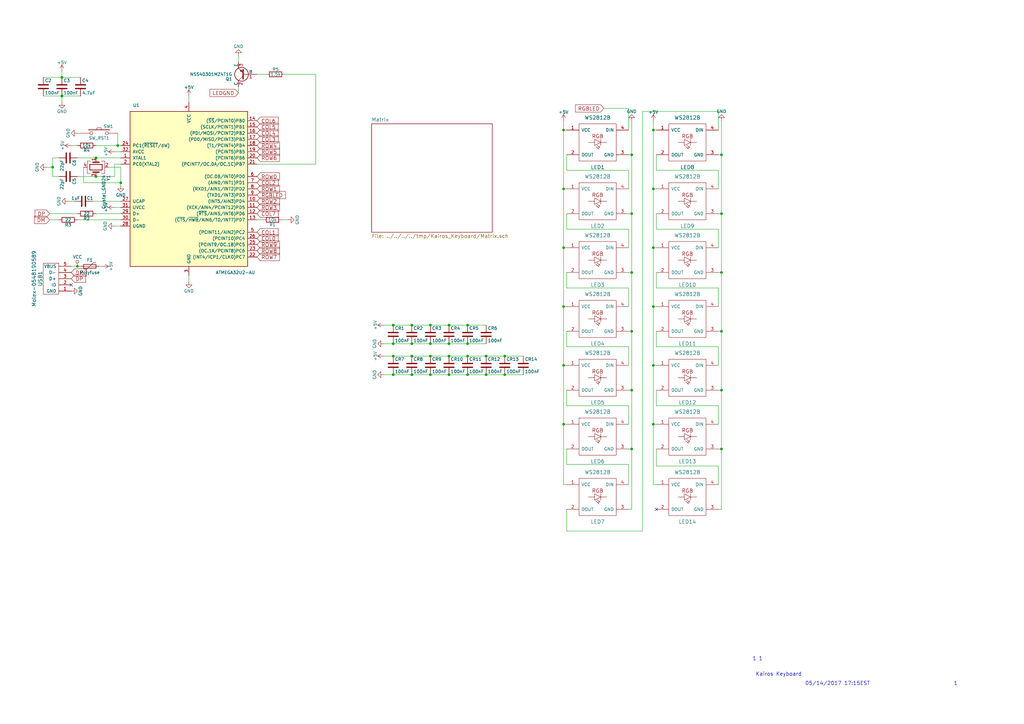
<source format=kicad_sch>
(kicad_sch (version 20230121) (generator eeschema)
  (paper "A3")
  (lib_symbols
    (symbol "Kairos-rescue:+5V" (power) (pin_names (offset 0))
      (property "Value" "+5V" (at 0 3.556 0))
      (symbol "+5V_0_1"
        (polyline (pts (xy -0.762 1.27) (xy 0 2.54)))
        (polyline (pts (xy 0 0) (xy 0 2.54)))
        (polyline (pts (xy 0 2.54) (xy 0.762 1.27)))
      )
      (symbol "+5V_1_1"
        (pin power_in line (at 0 0 90) (length 0) hide (name "+5V") (number "1"))
      )
    )
    (symbol "Kairos-rescue:ATMEGA32U2-AU" (pin_names (offset 1.016))
      (property "Reference" "U" (at -21.59 34.29 0))
      (property "Value" "ATMEGA32U2-AU" (at 19.05 -34.29 0))
      (symbol "ATMEGA32U2-AU_0_1"
        (rectangle (start -24.13 31.75) (end 24.13 -31.75) (stroke (width 0.254)) (fill (type background)))
      )
      (symbol "ATMEGA32U2-AU_1_1"
        (pin input line (at -27.94 12.7 0) (length 3.81) (name "XTAL1") (number "1"))
        (pin bidirectional line (at 27.94 -5.08 180) (length 3.81) (name "(INT5/AIN3)PD4") (number "10"))
        (pin bidirectional line (at 27.94 -7.62 180) (length 3.81) (name "(XCK/AIN4/PCINT12)PD5") (number "11"))
        (pin bidirectional line (at 27.94 -10.16 180) (length 3.81) (name "(~{RTS}/AIN5/INT6)PD6") (number "12"))
        (pin bidirectional line (at 27.94 -12.7 180) (length 3.81) (name "(~{CTS}/~{HWB}/AIN6/T0/INT7)PD7") (number "13"))
        (pin bidirectional line (at 27.94 27.94 180) (length 3.81) (name "(~{SS}/PCINT0)PB0") (number "14"))
        (pin bidirectional line (at 27.94 25.4 180) (length 3.81) (name "(SCLK/PCINT1)PB1") (number "15"))
        (pin bidirectional line (at 27.94 22.86 180) (length 3.81) (name "(PDI/MOSI/PCINT2)PB2") (number "16"))
        (pin bidirectional line (at 27.94 20.32 180) (length 3.81) (name "(PD0/MISO/PCINT3)PB3") (number "17"))
        (pin bidirectional line (at 27.94 17.78 180) (length 3.81) (name "(T1/PCINT4)PB4") (number "18"))
        (pin bidirectional line (at 27.94 15.24 180) (length 3.81) (name "(PCINT5)PB5") (number "19"))
        (pin bidirectional line (at -27.94 10.16 0) (length 3.81) (name "PC0(XTAL2)") (number "2"))
        (pin bidirectional line (at 27.94 12.7 180) (length 3.81) (name "(PCINT6)PB6") (number "20"))
        (pin bidirectional line (at 27.94 10.16 180) (length 3.81) (name "(PCINT7/OC.0A/OC.1C)PB7") (number "21"))
        (pin bidirectional line (at 27.94 -27.94 180) (length 3.81) (name "(INT4/ICP1/CLK0)PC7") (number "22"))
        (pin bidirectional line (at 27.94 -25.4 180) (length 3.81) (name "(OC.1A/PCINT8)PC6") (number "23"))
        (pin bidirectional line (at -27.94 17.78 0) (length 3.81) (name "PC1(~{RESET}/dW)") (number "24"))
        (pin bidirectional line (at 27.94 -22.86 180) (length 3.81) (name "(PCINT9/OC.1B)PC5") (number "25"))
        (pin bidirectional line (at 27.94 -20.32 180) (length 3.81) (name "(PCINT10)PC4") (number "26"))
        (pin passive line (at -27.94 -5.08 0) (length 3.81) (name "UCAP") (number "27"))
        (pin power_in line (at -27.94 -15.24 0) (length 3.81) (name "UGND") (number "28"))
        (pin bidirectional line (at -27.94 -10.16 0) (length 3.81) (name "D+") (number "29"))
        (pin power_in line (at 0 -35.56 90) (length 3.81) (name "GND") (number "3"))
        (pin bidirectional line (at -27.94 -12.7 0) (length 3.81) (name "D-") (number "30"))
        (pin power_in line (at -27.94 -7.62 0) (length 3.81) (name "UVCC") (number "31"))
        (pin power_in line (at -27.94 15.24 0) (length 3.81) (name "AVCC") (number "32"))
        (pin power_in line (at 0 35.56 270) (length 3.81) (name "VCC") (number "4"))
        (pin bidirectional line (at 27.94 -17.78 180) (length 3.81) (name "(PCINT11/AIN2)PC2") (number "5"))
        (pin bidirectional line (at 27.94 5.08 180) (length 3.81) (name "(OC.0B/INT0)PD0") (number "6"))
        (pin bidirectional line (at 27.94 2.54 180) (length 3.81) (name "(AIN0/INT1)PD1") (number "7"))
        (pin bidirectional line (at 27.94 0 180) (length 3.81) (name "(RXD1/AIN1/INT2)PD2") (number "8"))
        (pin bidirectional line (at 27.94 -2.54 180) (length 3.81) (name "(TXD1/INT3)PD3") (number "9"))
      )
    )
    (symbol "Kairos-rescue:BCP51" (pin_names (offset 0))
      (property "Reference" "Q" (at 5.08 1.905 0))
      (property "Value" "BCP51" (at 5.08 0 0))
      (property "Footprint" "SOT-223" (at 5.08 -1.905 0))
      (symbol "BCP51_0_1"
        (polyline (pts (xy 0 0) (xy 0.635 0)))
        (polyline (pts (xy 2.54 -2.54) (xy 0.635 -0.635)))
        (polyline (pts (xy 2.54 2.54) (xy 0.635 0.635)))
        (polyline (pts (xy 0.635 1.905) (xy 0.635 -1.905) (xy 0.635 -1.905)) (stroke (width 0.508)) (fill (type outline)))
        (polyline (pts (xy 1.397 -1.905) (xy 1.905 -1.397) (xy 0.889 -0.889) (xy 1.397 -1.905) (xy 1.397 -1.905)) (fill (type outline)))
        (circle (center 1.27 0) (radius 2.8194) (stroke (width 0.254)))
      )
      (symbol "BCP51_1_1"
        (pin input line (at -5.08 0 0) (length 5.08) (name "B") (number "1"))
        (pin passive line (at 2.54 5.08 270) (length 2.54) (name "C") (number "2"))
        (pin passive line (at 2.54 -5.08 90) (length 2.54) (name "E") (number "3"))
      )
    )
    (symbol "Kairos-rescue:C" (pin_numbers hide) (pin_names (offset 0.254))
      (property "Reference" "C" (at 0.635 2.54 0))
      (property "Value" "C" (at 0.635 -2.54 0))
      (symbol "C_0_1"
        (polyline (pts (xy -2.032 -0.762) (xy 2.032 -0.762)) (stroke (width 0.508)))
        (polyline (pts (xy -2.032 0.762) (xy 2.032 0.762)) (stroke (width 0.508)))
      )
      (symbol "C_1_1"
        (pin passive line (at 0 3.81 270) (length 2.794) (name "~") (number "1"))
        (pin passive line (at 0 -3.81 90) (length 2.794) (name "~") (number "2"))
      )
    )
    (symbol "Kairos-rescue:Crystal_GND24" (pin_names (offset 1.016) hide)
      (property "Reference" "Y" (at 3.175 5.08 0))
      (property "Value" "Crystal_GND24" (at 3.175 3.175 0))
      (symbol "Crystal_GND24_0_1"
        (rectangle (start -1.143 2.54) (end 1.143 -2.54) (stroke (width 0.3048)))
        (polyline (pts (xy -2.54 0) (xy -2.032 0)))
        (polyline (pts (xy -2.032 -1.27) (xy -2.032 1.27)) (stroke (width 0.508)))
        (polyline (pts (xy 0 -3.81) (xy 0 -3.556)))
        (polyline (pts (xy 0 3.556) (xy 0 3.81)))
        (polyline (pts (xy 2.032 -1.27) (xy 2.032 1.27)) (stroke (width 0.508)))
        (polyline (pts (xy 2.032 0) (xy 2.54 0)))
        (polyline (pts (xy -2.54 -2.286) (xy -2.54 -3.556) (xy 2.54 -3.556) (xy 2.54 -2.286)))
        (polyline (pts (xy -2.54 2.286) (xy -2.54 3.556) (xy 2.54 3.556) (xy 2.54 2.286)))
      )
      (symbol "Crystal_GND24_1_1"
        (pin passive line (at -3.81 0 0) (length 1.27) (name "1") (number "1"))
        (pin passive line (at 0 5.08 270) (length 1.27) (name "2") (number "2"))
        (pin passive line (at 3.81 0 180) (length 1.27) (name "3") (number "3"))
        (pin passive line (at 0 -5.08 90) (length 1.27) (name "4") (number "4"))
      )
    )
    (symbol "Kairos-rescue:GND" (power) (pin_names (offset 0))
      (property "Value" "GND" (at 0 -3.81 0))
      (symbol "GND_0_1"
        (polyline (pts (xy 0 0) (xy 0 -1.27) (xy 1.27 -1.27) (xy 0 -2.54) (xy -1.27 -1.27) (xy 0 -1.27)))
      )
      (symbol "GND_1_1"
        (pin power_in line (at 0 0 270) (length 0) hide (name "GND") (number "1"))
      )
    )
    (symbol "Kairos-rescue:Molex-0548190589" (pin_names (offset 1.016))
      (property "Reference" "USB" (at 0 5.08 0))
      (property "Value" "Molex-0548190589" (at 0 7.62 0))
      (symbol "Molex-0548190589_0_1"
        (rectangle (start -6.35 3.81) (end 6.35 -2.54))
      )
      (symbol "Molex-0548190589_1_1"
        (pin input line (at -5.08 -7.62 90) (length 5.08) (name "GND") (number "1"))
        (pin input line (at -2.54 -7.62 90) (length 5.08) (name "ID") (number "2"))
        (pin input line (at 0 -7.62 90) (length 5.08) (name "D+") (number "3"))
        (pin input line (at 2.54 -7.62 90) (length 5.08) (name "D-") (number "4"))
        (pin input line (at 5.08 -7.62 90) (length 5.08) (name "VBUS") (number "5"))
      )
    )
    (symbol "Kairos-rescue:Polyfuse" (pin_numbers hide) (pin_names (offset 0))
      (property "Reference" "F" (at -2.54 0 90))
      (property "Value" "Polyfuse" (at 2.54 0 90))
      (symbol "Polyfuse_0_1"
        (rectangle (start -0.762 2.54) (end 0.762 -2.54) (stroke (width 0.254)))
        (polyline (pts (xy 0 2.54) (xy 0 -2.54)))
        (polyline (pts (xy -1.524 2.54) (xy -1.524 1.524) (xy 1.524 -1.524) (xy 1.524 -2.54)))
      )
      (symbol "Polyfuse_1_1"
        (pin passive line (at 0 3.81 270) (length 1.27) (name "~") (number "1"))
        (pin passive line (at 0 -3.81 90) (length 1.27) (name "~") (number "2"))
      )
    )
    (symbol "Kairos-rescue:R" (pin_numbers hide) (pin_names (offset 0))
      (property "Reference" "R" (at 2.032 0 90))
      (property "Value" "R" (at 0 0 90))
      (symbol "R_0_1"
        (rectangle (start -1.016 -2.54) (end 1.016 2.54) (stroke (width 0.254)))
      )
      (symbol "R_1_1"
        (pin passive line (at 0 3.81 270) (length 1.27) (name "~") (number "1"))
        (pin passive line (at 0 -3.81 90) (length 1.27) (name "~") (number "2"))
      )
    )
    (symbol "Kairos-rescue:SW_PUSH" (pin_numbers hide) (pin_names (offset 1.016) hide)
      (property "Reference" "SW" (at 3.81 2.794 0))
      (property "Value" "SW_PUSH" (at 0 -2.032 0))
      (symbol "SW_PUSH_0_1"
        (rectangle (start -4.318 1.27) (end 4.318 1.524))
        (polyline (pts (xy -1.016 1.524) (xy -0.762 2.286) (xy 0.762 2.286) (xy 1.016 1.524)))
        (pin passive inverted (at -7.62 0 0) (length 5.08) (name "1") (number "1"))
        (pin passive inverted (at 7.62 0 180) (length 5.08) (name "2") (number "2"))
      )
    )
    (symbol "Kairos-rescue:VCC" (power) (pin_names (offset 0))
      (property "Value" "VCC" (at 0 3.81 0))
      (symbol "VCC_0_1"
        (polyline (pts (xy 0 0) (xy 0 1.27)))
        (circle (center 0 1.905) (radius 0.635))
      )
      (symbol "VCC_1_1"
        (pin power_in line (at 0 0 90) (length 0) hide (name "VCC") (number "1"))
      )
    )
    (symbol "Kairos-rescue:WS2812B" (pin_names (offset 1.016))
      (property "Reference" "LED" (at 0 -10.16 0))
      (property "Value" "WS2812B" (at 0 10.16 0))
      (symbol "WS2812B_0_0"
        (polyline (pts (xy -1.27 0) (xy -3.81 0)))
        (polyline (pts (xy -0.254 -1.143) (xy 0.889 -2.159)))
        (polyline (pts (xy 0.381 -2.667) (xy -0.762 -1.651)))
        (polyline (pts (xy 0.381 -2.667) (xy 0.254 -2.032)))
        (polyline (pts (xy 0.889 -2.159) (xy 0.762 -1.524)))
        (polyline (pts (xy 1.27 0) (xy 3.81 0)))
        (text "RGB" (at 0 2.54 0) (effects (font (size 1.524 1.524))))
      )
      (symbol "WS2812B_0_1"
        (rectangle (start -7.62 7.62) (end 7.62 -7.62))
        (polyline (pts (xy 1.27 0) (xy -1.27 1.27) (xy -1.27 -1.27) (xy 1.27 0) (xy 1.27 0)))
        (rectangle (start 1.27 1.27) (end 1.27 -1.27))
      )
      (symbol "WS2812B_1_1"
        (pin power_in line (at -12.7 5.08 0) (length 5.0038) (name "VCC") (number "1"))
        (pin output line (at -12.7 -5.08 0) (length 5.0038) (name "DOUT") (number "2"))
        (pin power_in line (at 12.7 -5.08 180) (length 5.0038) (name "GND") (number "3"))
        (pin input line (at 12.7 5.08 180) (length 5.0038) (name "DIN") (number "4"))
      )
    )
  )
  (junction (at 267.97 173.99))
  (junction (at 191.77 153.67))
  (junction (at 161.29 133.35))
  (junction (at 231.14 173.99))
  (junction (at 259.08 63.5))
  (junction (at 207.01 146.05))
  (junction (at 267.97 77.47))
  (junction (at 161.29 140.97))
  (junction (at 259.08 184.15))
  (junction (at 25.4 39.37))
  (junction (at 231.14 53.34))
  (junction (at 259.08 111.76))
  (junction (at 39.37 72.39))
  (junction (at 161.29 153.67))
  (junction (at 168.91 133.35))
  (junction (at 184.15 133.35))
  (junction (at 295.91 87.63))
  (junction (at 231.14 149.86))
  (junction (at 25.4 31.75))
  (junction (at 199.39 146.05))
  (junction (at 48.26 59.69))
  (junction (at 295.91 135.89))
  (junction (at 176.53 153.67))
  (junction (at 295.91 184.15))
  (junction (at 259.08 160.02))
  (junction (at 267.97 101.6))
  (junction (at 295.91 63.5))
  (junction (at 168.91 153.67))
  (junction (at 184.15 153.67))
  (junction (at 191.77 146.05))
  (junction (at 259.08 87.63))
  (junction (at 168.91 140.97))
  (junction (at 259.08 135.89))
  (junction (at 267.97 53.34))
  (junction (at 184.15 140.97))
  (junction (at 31.75 109.22))
  (junction (at 184.15 146.05))
  (junction (at 176.53 146.05))
  (junction (at 191.77 133.35))
  (junction (at 295.91 111.76))
  (junction (at 176.53 133.35))
  (junction (at 21.59 68.58))
  (junction (at 267.97 125.73))
  (junction (at 39.37 64.77))
  (junction (at 168.91 146.05))
  (junction (at 176.53 140.97))
  (junction (at 191.77 140.97))
  (junction (at 49.53 74.93))
  (junction (at 207.01 153.67))
  (junction (at 231.14 77.47))
  (junction (at 231.14 101.6))
  (junction (at 295.91 160.02))
  (junction (at 161.29 146.05))
  (junction (at 231.14 125.73))
  (junction (at 199.39 153.67))
  (junction (at 267.97 149.86))
  (no_connect (at 269.24 208.915))
  (no_connect (at 29.21 116.84))
  (wire (pts (xy 295.91 160.02) (xy 294.64 160.02)))
  (wire (pts (xy 231.14 101.6) (xy 232.41 101.6)))
  (wire (pts (xy 295.91 63.5) (xy 294.64 63.5)))
  (wire (pts (xy 232.41 111.76) (xy 232.41 118.11)))
  (wire (pts (xy 269.24 142.24) (xy 294.64 142.24)))
  (wire (pts (xy 77.47 41.91) (xy 77.47 39.37)))
  (wire (pts (xy 259.08 87.63) (xy 259.08 111.76)))
  (wire (pts (xy 231.14 101.6) (xy 231.14 125.73)))
  (wire (pts (xy 231.14 49.53) (xy 231.14 53.34)))
  (wire (pts (xy 231.14 125.73) (xy 232.41 125.73)))
  (wire (pts (xy 207.01 153.67) (xy 214.63 153.67)))
  (wire (pts (xy 269.24 166.37) (xy 294.64 166.37)))
  (wire (pts (xy 25.4 31.75) (xy 25.4 29.21)))
  (wire (pts (xy 267.97 101.6) (xy 269.24 101.6)))
  (wire (pts (xy 259.08 49.53) (xy 259.08 63.5)))
  (wire (pts (xy 232.41 118.11) (xy 257.81 118.11)))
  (wire (pts (xy 105.41 30.48) (xy 109.22 30.48)))
  (wire (pts (xy 31.75 90.17) (xy 49.53 90.17)))
  (wire (pts (xy 257.81 44.45) (xy 247.65 44.45)))
  (wire (pts (xy 24.13 64.77) (xy 21.59 64.77)))
  (wire (pts (xy 25.4 39.37) (xy 33.02 39.37)))
  (wire (pts (xy 295.91 49.53) (xy 295.91 63.5)))
  (wire (pts (xy 184.15 133.35) (xy 191.77 133.35)))
  (wire (pts (xy 157.48 146.05) (xy 161.29 146.05)))
  (wire (pts (xy 232.41 184.15) (xy 232.41 190.5)))
  (wire (pts (xy 267.97 125.73) (xy 267.97 149.86)))
  (wire (pts (xy 257.81 142.24) (xy 257.81 149.86)))
  (wire (pts (xy 46.99 67.31) (xy 46.99 72.39)))
  (wire (pts (xy 294.64 45.72) (xy 294.64 53.34)))
  (wire (pts (xy 269.24 184.15) (xy 269.24 191.135)))
  (wire (pts (xy 184.15 153.67) (xy 191.77 153.67)))
  (wire (pts (xy 49.53 68.58) (xy 49.53 74.93)))
  (wire (pts (xy 259.08 63.5) (xy 257.81 63.5)))
  (wire (pts (xy 49.53 67.31) (xy 46.99 67.31)))
  (wire (pts (xy 191.77 153.67) (xy 199.39 153.67)))
  (wire (pts (xy 295.91 63.5) (xy 295.91 87.63)))
  (wire (pts (xy 269.24 111.76) (xy 269.24 118.11)))
  (wire (pts (xy 191.77 146.05) (xy 199.39 146.05)))
  (wire (pts (xy 49.53 82.55) (xy 38.1 82.55)))
  (wire (pts (xy 24.13 90.17) (xy 20.32 90.17)))
  (wire (pts (xy 259.08 111.76) (xy 257.81 111.76)))
  (wire (pts (xy 232.41 160.02) (xy 232.41 166.37)))
  (wire (pts (xy 232.41 166.37) (xy 257.81 166.37)))
  (wire (pts (xy 232.41 208.915) (xy 232.41 217.805)))
  (wire (pts (xy 259.08 63.5) (xy 259.08 87.63)))
  (wire (pts (xy 97.79 25.4) (xy 97.79 22.86)))
  (wire (pts (xy 267.97 149.86) (xy 267.97 173.99)))
  (wire (pts (xy 267.97 173.99) (xy 269.24 173.99)))
  (wire (pts (xy 231.14 173.99) (xy 231.14 198.755)))
  (wire (pts (xy 168.91 140.97) (xy 176.53 140.97)))
  (wire (pts (xy 267.97 173.99) (xy 267.97 198.755)))
  (wire (pts (xy 294.64 166.37) (xy 294.64 173.99)))
  (wire (pts (xy 168.91 153.67) (xy 176.53 153.67)))
  (wire (pts (xy 267.97 49.53) (xy 267.97 53.34)))
  (wire (pts (xy 259.08 184.15) (xy 259.08 208.915)))
  (wire (pts (xy 49.53 74.93) (xy 49.53 76.2)))
  (wire (pts (xy 232.41 53.34) (xy 231.14 53.34)))
  (wire (pts (xy 269.24 69.85) (xy 294.64 69.85)))
  (wire (pts (xy 30.48 82.55) (xy 27.94 82.55)))
  (wire (pts (xy 231.14 149.86) (xy 231.14 173.99)))
  (wire (pts (xy 191.77 140.97) (xy 199.39 140.97)))
  (wire (pts (xy 231.14 198.755) (xy 232.41 198.755)))
  (wire (pts (xy 168.91 133.35) (xy 176.53 133.35)))
  (wire (pts (xy 294.64 69.85) (xy 294.64 77.47)))
  (wire (pts (xy 231.14 125.73) (xy 231.14 149.86)))
  (wire (pts (xy 157.48 140.97) (xy 161.29 140.97)))
  (wire (pts (xy 295.91 111.76) (xy 295.91 135.89)))
  (wire (pts (xy 295.91 135.89) (xy 295.91 160.02)))
  (wire (pts (xy 161.29 146.05) (xy 168.91 146.05)))
  (wire (pts (xy 34.29 74.93) (xy 34.29 68.58)))
  (wire (pts (xy 259.08 160.02) (xy 257.81 160.02)))
  (wire (pts (xy 176.53 140.97) (xy 184.15 140.97)))
  (wire (pts (xy 295.91 135.89) (xy 294.64 135.89)))
  (wire (pts (xy 176.53 146.05) (xy 184.15 146.05)))
  (wire (pts (xy 263.525 45.72) (xy 294.64 45.72)))
  (wire (pts (xy 129.54 67.31) (xy 129.54 30.48)))
  (wire (pts (xy 257.81 166.37) (xy 257.81 173.99)))
  (wire (pts (xy 39.37 64.77) (xy 49.53 64.77)))
  (wire (pts (xy 17.78 31.75) (xy 25.4 31.75)))
  (wire (pts (xy 295.91 87.63) (xy 294.64 87.63)))
  (wire (pts (xy 199.39 153.67) (xy 207.01 153.67)))
  (wire (pts (xy 17.78 39.37) (xy 25.4 39.37)))
  (wire (pts (xy 232.41 142.24) (xy 257.81 142.24)))
  (wire (pts (xy 259.08 87.63) (xy 257.81 87.63)))
  (wire (pts (xy 115.57 90.17) (xy 118.11 90.17)))
  (wire (pts (xy 294.64 142.24) (xy 294.64 149.86)))
  (wire (pts (xy 267.97 53.34) (xy 267.97 77.47)))
  (wire (pts (xy 157.48 153.67) (xy 161.29 153.67)))
  (wire (pts (xy 31.75 87.63) (xy 20.32 87.63)))
  (wire (pts (xy 232.41 93.98) (xy 257.81 93.98)))
  (wire (pts (xy 44.45 68.58) (xy 49.53 68.58)))
  (wire (pts (xy 259.08 135.89) (xy 257.81 135.89)))
  (wire (pts (xy 269.24 63.5) (xy 269.24 69.85)))
  (wire (pts (xy 267.97 198.755) (xy 269.24 198.755)))
  (wire (pts (xy 232.41 190.5) (xy 257.81 190.5)))
  (wire (pts (xy 46.99 72.39) (xy 39.37 72.39)))
  (wire (pts (xy 257.81 190.5) (xy 257.81 198.755)))
  (wire (pts (xy 257.81 69.85) (xy 257.81 77.47)))
  (wire (pts (xy 259.08 111.76) (xy 259.08 135.89)))
  (wire (pts (xy 259.08 184.15) (xy 257.81 184.15)))
  (wire (pts (xy 161.29 140.97) (xy 168.91 140.97)))
  (wire (pts (xy 232.41 217.805) (xy 263.525 217.805)))
  (wire (pts (xy 267.97 149.86) (xy 269.24 149.86)))
  (wire (pts (xy 29.21 109.22) (xy 31.75 109.22)))
  (wire (pts (xy 161.29 153.67) (xy 168.91 153.67)))
  (wire (pts (xy 231.14 53.34) (xy 231.14 77.47)))
  (wire (pts (xy 31.75 59.69) (xy 29.21 59.69)))
  (wire (pts (xy 232.41 87.63) (xy 232.41 93.98)))
  (wire (pts (xy 77.47 113.03) (xy 77.47 115.57)))
  (wire (pts (xy 25.4 31.75) (xy 33.02 31.75)))
  (wire (pts (xy 49.53 74.93) (xy 34.29 74.93)))
  (wire (pts (xy 295.91 184.15) (xy 295.91 208.915)))
  (wire (pts (xy 39.37 72.39) (xy 31.75 72.39)))
  (wire (pts (xy 40.64 109.22) (xy 41.91 109.22)))
  (wire (pts (xy 161.29 133.35) (xy 168.91 133.35)))
  (wire (pts (xy 231.14 149.86) (xy 232.41 149.86)))
  (wire (pts (xy 295.91 111.76) (xy 294.64 111.76)))
  (wire (pts (xy 269.24 87.63) (xy 269.24 93.98)))
  (wire (pts (xy 295.91 208.915) (xy 294.64 208.915)))
  (wire (pts (xy 49.53 92.71) (xy 46.99 92.71)))
  (wire (pts (xy 21.59 68.58) (xy 19.05 68.58)))
  (wire (pts (xy 21.59 68.58) (xy 21.59 72.39)))
  (wire (pts (xy 259.08 208.915) (xy 257.81 208.915)))
  (wire (pts (xy 232.41 69.85) (xy 257.81 69.85)))
  (wire (pts (xy 269.24 118.11) (xy 294.64 118.11)))
  (wire (pts (xy 269.24 93.98) (xy 294.64 93.98)))
  (wire (pts (xy 48.26 59.69) (xy 49.53 59.69)))
  (wire (pts (xy 259.08 160.02) (xy 259.08 184.15)))
  (wire (pts (xy 21.59 72.39) (xy 24.13 72.39)))
  (wire (pts (xy 184.15 146.05) (xy 191.77 146.05)))
  (wire (pts (xy 25.4 39.37) (xy 25.4 41.91)))
  (wire (pts (xy 267.97 125.73) (xy 269.24 125.73)))
  (wire (pts (xy 257.81 53.34) (xy 257.81 44.45)))
  (wire (pts (xy 157.48 133.35) (xy 161.29 133.35)))
  (wire (pts (xy 263.525 217.805) (xy 263.525 45.72)))
  (wire (pts (xy 176.53 153.67) (xy 184.15 153.67)))
  (wire (pts (xy 31.75 64.77) (xy 39.37 64.77)))
  (wire (pts (xy 231.14 173.99) (xy 232.41 173.99)))
  (wire (pts (xy 49.53 85.09) (xy 46.99 85.09)))
  (wire (pts (xy 295.91 160.02) (xy 295.91 184.15)))
  (wire (pts (xy 21.59 64.77) (xy 21.59 68.58)))
  (wire (pts (xy 294.64 191.135) (xy 294.64 198.755)))
  (wire (pts (xy 39.37 59.69) (xy 48.26 59.69)))
  (wire (pts (xy 269.24 135.89) (xy 269.24 142.24)))
  (wire (pts (xy 48.26 54.61) (xy 48.26 59.69)))
  (wire (pts (xy 257.81 118.11) (xy 257.81 125.73)))
  (wire (pts (xy 199.39 146.05) (xy 207.01 146.05)))
  (wire (pts (xy 295.91 87.63) (xy 295.91 111.76)))
  (wire (pts (xy 257.81 93.98) (xy 257.81 101.6)))
  (wire (pts (xy 267.97 77.47) (xy 267.97 101.6)))
  (wire (pts (xy 207.01 146.05) (xy 214.63 146.05)))
  (wire (pts (xy 97.79 35.56) (xy 97.79 38.1)))
  (wire (pts (xy 129.54 30.48) (xy 116.84 30.48)))
  (wire (pts (xy 232.41 63.5) (xy 232.41 69.85)))
  (wire (pts (xy 49.53 87.63) (xy 39.37 87.63)))
  (wire (pts (xy 269.24 53.34) (xy 267.97 53.34)))
  (wire (pts (xy 259.08 135.89) (xy 259.08 160.02)))
  (wire (pts (xy 232.41 135.89) (xy 232.41 142.24)))
  (wire (pts (xy 267.97 77.47) (xy 269.24 77.47)))
  (wire (pts (xy 105.41 67.31) (xy 129.54 67.31)))
  (wire (pts (xy 176.53 133.35) (xy 184.15 133.35)))
  (wire (pts (xy 231.14 77.47) (xy 232.41 77.47)))
  (wire (pts (xy 294.64 118.11) (xy 294.64 125.73)))
  (wire (pts (xy 168.91 146.05) (xy 176.53 146.05)))
  (wire (pts (xy 269.24 160.02) (xy 269.24 166.37)))
  (wire (pts (xy 269.24 191.135) (xy 294.64 191.135)))
  (wire (pts (xy 295.91 184.15) (xy 294.64 184.15)))
  (wire (pts (xy 191.77 133.35) (xy 199.39 133.35)))
  (wire (pts (xy 33.02 54.61) (xy 31.75 54.61)))
  (wire (pts (xy 107.95 90.17) (xy 105.41 90.17)))
  (wire (pts (xy 231.14 77.47) (xy 231.14 101.6)))
  (wire (pts (xy 184.15 140.97) (xy 191.77 140.97)))
  (wire (pts (xy 31.75 109.22) (xy 33.02 109.22)))
  (wire (pts (xy 294.64 93.98) (xy 294.64 101.6)))
  (wire (pts (xy 267.97 101.6) (xy 267.97 125.73)))
  (wire (pts (xy 49.53 62.23) (xy 46.99 62.23)))
  (text "05/14/2017 17:15EST" (at 330.2 281.305 0) (effects (font (size 1.524 1.524)) (justify left bottom)))
  (text "Kairos Keyboard" (at 309.88 277.495 0) (effects (font (size 1.524 1.524)) (justify left bottom)))
  (text "1" (at 308.61 271.145 0) (effects (font (size 1.524 1.524)) (justify left bottom)))
  (text "1" (at 311.15 271.145 0) (effects (font (size 1.524 1.524)) (justify left bottom)))
  (text "1" (at 391.16 281.305 0) (effects (font (size 1.524 1.524)) (justify left bottom)))
  (global_label "DP" (shape input) (at 20.32 87.63 180) (effects (font (size 1.524 1.524))) (property "Intersheetrefs" "${INTERSHEET_REFS}" (effects hide)))
  (global_label "LEDGND" (shape input) (at 97.79 38.1 180) (effects (font (size 1.524 1.524))) (property "Intersheetrefs" "${INTERSHEET_REFS}" (effects hide)))
  (global_label "RGBLED" (shape input) (at 247.65 44.45 180) (effects (font (size 1.524 1.524))) (property "Intersheetrefs" "${INTERSHEET_REFS}" (effects hide)))
  (global_label "ROW2" (shape input) (at 105.41 82.55 0) (effects (font (size 1.524 1.524))) (property "Intersheetrefs" "${INTERSHEET_REFS}" (effects hide)))
  (global_label "ROW4" (shape input) (at 105.41 59.69 0) (effects (font (size 1.524 1.524))) (property "Intersheetrefs" "${INTERSHEET_REFS}" (effects hide)))
  (global_label "COL2" (shape input) (at 105.41 74.93 0) (effects (font (size 1.524 1.524))) (property "Intersheetrefs" "${INTERSHEET_REFS}" (effects hide)))
  (global_label "COL6" (shape input) (at 105.41 49.53 0) (effects (font (size 1.524 1.524))) (property "Intersheetrefs" "${INTERSHEET_REFS}" (effects hide)))
  (global_label "DM" (shape input) (at 20.32 90.17 180) (effects (font (size 1.524 1.524))) (property "Intersheetrefs" "${INTERSHEET_REFS}" (effects hide)))
  (global_label "DM" (shape input) (at 29.21 111.76 0) (effects (font (size 1.524 1.524))) (property "Intersheetrefs" "${INTERSHEET_REFS}" (effects hide)))
  (global_label "COL5" (shape input) (at 105.41 52.07 0) (effects (font (size 1.524 1.524))) (property "Intersheetrefs" "${INTERSHEET_REFS}" (effects hide)))
  (global_label "RGBLED" (shape input) (at 105.41 80.01 0) (effects (font (size 1.524 1.524))) (property "Intersheetrefs" "${INTERSHEET_REFS}" (effects hide)))
  (global_label "COL1" (shape input) (at 105.41 95.25 0) (effects (font (size 1.524 1.524))) (property "Intersheetrefs" "${INTERSHEET_REFS}" (effects hide)))
  (global_label "DP" (shape input) (at 29.21 114.3 0) (effects (font (size 1.524 1.524))) (property "Intersheetrefs" "${INTERSHEET_REFS}" (effects hide)))
  (global_label "ROW5" (shape input) (at 105.41 62.23 0) (effects (font (size 1.524 1.524))) (property "Intersheetrefs" "${INTERSHEET_REFS}" (effects hide)))
  (global_label "COL3" (shape input) (at 105.41 57.15 0) (effects (font (size 1.524 1.524))) (property "Intersheetrefs" "${INTERSHEET_REFS}" (effects hide)))
  (global_label "ROW3" (shape input) (at 105.41 85.09 0) (effects (font (size 1.524 1.524))) (property "Intersheetrefs" "${INTERSHEET_REFS}" (effects hide)))
  (global_label "ROW0" (shape input) (at 105.41 72.39 0) (effects (font (size 1.524 1.524))) (property "Intersheetrefs" "${INTERSHEET_REFS}" (effects hide)))
  (global_label "ROW1" (shape input) (at 105.41 77.47 0) (effects (font (size 1.524 1.524))) (property "Intersheetrefs" "${INTERSHEET_REFS}" (effects hide)))
  (global_label "COL4" (shape input) (at 105.41 54.61 0) (effects (font (size 1.524 1.524))) (property "Intersheetrefs" "${INTERSHEET_REFS}" (effects hide)))
  (global_label "ROW9" (shape input) (at 105.41 100.33 0) (effects (font (size 1.524 1.524))) (property "Intersheetrefs" "${INTERSHEET_REFS}" (effects hide)))
  (global_label "ROW8" (shape input) (at 105.41 102.87 0) (effects (font (size 1.524 1.524))) (property "Intersheetrefs" "${INTERSHEET_REFS}" (effects hide)))
  (global_label "COL0" (shape input) (at 105.41 97.79 0) (effects (font (size 1.524 1.524))) (property "Intersheetrefs" "${INTERSHEET_REFS}" (effects hide)))
  (global_label "ROW7" (shape input) (at 105.41 105.41 0) (effects (font (size 1.524 1.524))) (property "Intersheetrefs" "${INTERSHEET_REFS}" (effects hide)))
  (global_label "COL7" (shape input) (at 105.41 87.63 0) (effects (font (size 1.524 1.524))) (property "Intersheetrefs" "${INTERSHEET_REFS}" (effects hide)))
  (global_label "ROW6" (shape input) (at 105.41 64.77 0) (effects (font (size 1.524 1.524))) (property "Intersheetrefs" "${INTERSHEET_REFS}" (effects hide)))
  (symbol (lib_id "Kairos-rescue:ATMEGA32U2-AU") (at 77.47 77.47 0) (unit 1)
    (property "Reference" "U1" (at 55.88 43.18 0))
    (property "Value" "ATMEGA32U2-AU" (at 96.52 111.76 0))
    (property "Footprint" "Housings_QFP:TQFP-32_7x7mm_Pitch0.8mm" (effects hide))
    (property "Datasheet" "http://www.atmel.com/Images/doc7799.pdf" (effects hide))
  )
  (symbol (lib_id "Kairos-rescue:R") (at 111.76 90.17 270) (unit 1)
    (property "Reference" "R1" (at 111.76 92.202 90))
    (property "Value" "10k" (at 111.76 90.17 90))
    (property "Footprint" "Resistors_SMD:R_0603" (effects hide))
  )
  (symbol (lib_id "Kairos-rescue:R") (at 35.56 87.63 270) (unit 1)
    (property "Reference" "R2" (at 35.56 89.662 90))
    (property "Value" "22" (at 35.56 87.63 90))
    (property "Footprint" "Resistors_SMD:R_0603" (effects hide))
  )
  (symbol (lib_id "Kairos-rescue:R") (at 27.94 90.17 270) (unit 1)
    (property "Reference" "R3" (at 27.94 92.202 90))
    (property "Value" "22" (at 27.94 90.17 90))
    (property "Footprint" "Resistors_SMD:R_0603" (effects hide))
  )
  (symbol (lib_id "Kairos-rescue:C") (at 34.29 82.55 270) (unit 1)
    (property "Reference" "C1" (at 35.56 81.28 90) (effects (justify left)))
    (property "Value" "1uF" (at 29.21 81.28 90) (effects (justify left)))
    (property "Footprint" "Capacitors_SMD:C_0603" (effects hide))
  )
  (symbol (lib_id "Kairos-rescue:GND") (at 27.94 82.55 270) (unit 1)
    (property "Reference" "#PWR01" (effects hide))
    (property "Value" "GND" (at 24.13 82.55 0))
  )
  (symbol (lib_id "Kairos-rescue:+5V") (at 46.99 85.09 90) (unit 1)
    (property "Reference" "#PWR02" (effects hide))
    (property "Value" "+5V" (at 43.434 85.09 0))
  )
  (symbol (lib_id "Kairos-rescue:+5V") (at 46.99 62.23 90) (unit 1)
    (property "Reference" "#PWR03" (effects hide))
    (property "Value" "+5V" (at 43.434 62.23 0))
  )
  (symbol (lib_id "Kairos-rescue:+5V") (at 77.47 39.37 0) (unit 1)
    (property "Reference" "#PWR04" (effects hide))
    (property "Value" "+5V" (at 77.47 35.814 0))
  )
  (symbol (lib_id "Kairos-rescue:GND") (at 46.99 92.71 270) (unit 1)
    (property "Reference" "#PWR05" (effects hide))
    (property "Value" "GND" (at 43.18 92.71 0))
  )
  (symbol (lib_id "Kairos-rescue:GND") (at 77.47 115.57 0) (unit 1)
    (property "Reference" "#PWR06" (effects hide))
    (property "Value" "GND" (at 77.47 119.38 0))
  )
  (symbol (lib_id "Kairos-rescue:R") (at 35.56 59.69 270) (unit 1)
    (property "Reference" "R4" (at 35.56 61.722 90))
    (property "Value" "10k" (at 35.56 59.69 90))
    (property "Footprint" "Resistors_SMD:R_0603" (effects hide))
  )
  (symbol (lib_id "Kairos-rescue:GND") (at 118.11 90.17 90) (unit 1)
    (property "Reference" "#PWR07" (effects hide))
    (property "Value" "GND" (at 121.92 90.17 0))
  )
  (symbol (lib_id "Kairos-rescue:C") (at 17.78 35.56 0) (unit 1)
    (property "Reference" "C2" (at 18.415 33.02 0) (effects (justify left)))
    (property "Value" "100nF" (at 18.415 38.1 0) (effects (justify left)))
    (property "Footprint" "Capacitors_SMD:C_0603" (effects hide))
  )
  (symbol (lib_id "Kairos-rescue:C") (at 25.4 35.56 0) (unit 1)
    (property "Reference" "C3" (at 26.035 33.02 0) (effects (justify left)))
    (property "Value" "100nF" (at 26.035 38.1 0) (effects (justify left)))
    (property "Footprint" "Capacitors_SMD:C_0603" (effects hide))
  )
  (symbol (lib_id "Kairos-rescue:C") (at 33.02 35.56 0) (unit 1)
    (property "Reference" "C4" (at 33.655 33.02 0) (effects (justify left)))
    (property "Value" "4.7uF" (at 33.655 38.1 0) (effects (justify left)))
    (property "Footprint" "Capacitors_SMD:C_0805" (effects hide))
  )
  (symbol (lib_id "Kairos-rescue:+5V") (at 25.4 29.21 0) (unit 1)
    (property "Reference" "#PWR08" (effects hide))
    (property "Value" "+5V" (at 25.4 25.654 0))
  )
  (symbol (lib_id "Kairos-rescue:GND") (at 25.4 41.91 0) (unit 1)
    (property "Reference" "#PWR09" (effects hide))
    (property "Value" "GND" (at 25.4 45.72 0))
  )
  (symbol (lib_id "Kairos-rescue:C") (at 27.94 64.77 270) (unit 1)
    (property "Reference" "C6" (at 30.48 65.405 0) (effects (justify left)))
    (property "Value" "22pF" (at 25.4 65.405 0) (effects (justify left)))
    (property "Footprint" "Capacitors_SMD:C_0603" (effects hide))
  )
  (symbol (lib_id "Kairos-rescue:C") (at 27.94 72.39 270) (unit 1)
    (property "Reference" "C5" (at 30.48 73.025 0) (effects (justify left)))
    (property "Value" "22pF" (at 25.4 73.025 0) (effects (justify left)))
    (property "Footprint" "Capacitors_SMD:C_0603" (effects hide))
  )
  (symbol (lib_id "Kairos-rescue:GND") (at 19.05 68.58 270) (unit 1)
    (property "Reference" "#PWR010" (effects hide))
    (property "Value" "GND" (at 15.24 68.58 0))
  )
  (symbol (lib_id "Kairos-rescue:BCP51") (at 100.33 30.48 180) (unit 1)
    (property "Reference" "Q1" (at 95.25 32.385 0) (effects (justify left)))
    (property "Value" "NSS40301MZ4T1G" (at 95.25 30.48 0) (effects (justify left)))
    (property "Footprint" "TO_SOT_Packages_SMD:SOT-223-3Lead_TabPin2" (effects hide))
  )
  (symbol (lib_id "Kairos-rescue:GND") (at 97.79 22.86 180) (unit 1)
    (property "Reference" "#PWR011" (effects hide))
    (property "Value" "GND" (at 97.79 19.05 0))
  )
  (symbol (lib_id "Kairos-rescue:WS2812B") (at 245.11 58.42 0) (unit 1)
    (property "Reference" "LED1" (at 245.11 68.58 0) (effects (font (size 1.524 1.524))))
    (property "Value" "WS2812B" (at 245.11 48.26 0) (effects (font (size 1.524 1.524))))
    (property "Footprint" "WS2812B:WS2812B" (effects hide))
  )
  (symbol (lib_id "Kairos-rescue:WS2812B") (at 245.11 82.55 0) (unit 1)
    (property "Reference" "LED2" (at 245.11 92.71 0) (effects (font (size 1.524 1.524))))
    (property "Value" "WS2812B" (at 245.11 72.39 0) (effects (font (size 1.524 1.524))))
    (property "Footprint" "WS2812B:WS2812B" (effects hide))
  )
  (symbol (lib_id "Kairos-rescue:WS2812B") (at 245.11 106.68 0) (unit 1)
    (property "Reference" "LED3" (at 245.11 116.84 0) (effects (font (size 1.524 1.524))))
    (property "Value" "WS2812B" (at 245.11 96.52 0) (effects (font (size 1.524 1.524))))
    (property "Footprint" "WS2812B:WS2812B" (effects hide))
  )
  (symbol (lib_id "Kairos-rescue:WS2812B") (at 245.11 130.81 0) (unit 1)
    (property "Reference" "LED4" (at 245.11 140.97 0) (effects (font (size 1.524 1.524))))
    (property "Value" "WS2812B" (at 245.11 120.65 0) (effects (font (size 1.524 1.524))))
    (property "Footprint" "WS2812B:WS2812B" (effects hide))
  )
  (symbol (lib_id "Kairos-rescue:WS2812B") (at 245.11 154.94 0) (unit 1)
    (property "Reference" "LED5" (at 245.11 165.1 0) (effects (font (size 1.524 1.524))))
    (property "Value" "WS2812B" (at 245.11 144.78 0) (effects (font (size 1.524 1.524))))
    (property "Footprint" "WS2812B:WS2812B" (effects hide))
  )
  (symbol (lib_id "Kairos-rescue:WS2812B") (at 245.11 179.07 0) (unit 1)
    (property "Reference" "LED6" (at 245.11 189.23 0) (effects (font (size 1.524 1.524))))
    (property "Value" "WS2812B" (at 245.11 168.91 0) (effects (font (size 1.524 1.524))))
    (property "Footprint" "WS2812B:WS2812B" (effects hide))
  )
  (symbol (lib_id "Kairos-rescue:WS2812B") (at 245.11 203.835 0) (unit 1)
    (property "Reference" "LED7" (at 245.11 213.995 0) (effects (font (size 1.524 1.524))))
    (property "Value" "WS2812B" (at 245.11 193.675 0) (effects (font (size 1.524 1.524))))
    (property "Footprint" "WS2812B:WS2812B" (effects hide))
  )
  (symbol (lib_id "Kairos-rescue:WS2812B") (at 281.94 58.42 0) (unit 1)
    (property "Reference" "LED8" (at 281.94 68.58 0) (effects (font (size 1.524 1.524))))
    (property "Value" "WS2812B" (at 281.94 48.26 0) (effects (font (size 1.524 1.524))))
    (property "Footprint" "WS2812B:WS2812B" (effects hide))
  )
  (symbol (lib_id "Kairos-rescue:WS2812B") (at 281.94 82.55 0) (unit 1)
    (property "Reference" "LED9" (at 281.94 92.71 0) (effects (font (size 1.524 1.524))))
    (property "Value" "WS2812B" (at 281.94 72.39 0) (effects (font (size 1.524 1.524))))
    (property "Footprint" "WS2812B:WS2812B" (effects hide))
  )
  (symbol (lib_id "Kairos-rescue:WS2812B") (at 281.94 106.68 0) (unit 1)
    (property "Reference" "LED10" (at 281.94 116.84 0) (effects (font (size 1.524 1.524))))
    (property "Value" "WS2812B" (at 281.94 96.52 0) (effects (font (size 1.524 1.524))))
    (property "Footprint" "WS2812B:WS2812B" (effects hide))
  )
  (symbol (lib_id "Kairos-rescue:WS2812B") (at 281.94 130.81 0) (unit 1)
    (property "Reference" "LED11" (at 281.94 140.97 0) (effects (font (size 1.524 1.524))))
    (property "Value" "WS2812B" (at 281.94 120.65 0) (effects (font (size 1.524 1.524))))
    (property "Footprint" "WS2812B:WS2812B" (effects hide))
  )
  (symbol (lib_id "Kairos-rescue:WS2812B") (at 281.94 154.94 0) (unit 1)
    (property "Reference" "LED12" (at 281.94 165.1 0) (effects (font (size 1.524 1.524))))
    (property "Value" "WS2812B" (at 281.94 144.78 0) (effects (font (size 1.524 1.524))))
    (property "Footprint" "WS2812B:WS2812B" (effects hide))
  )
  (symbol (lib_id "Kairos-rescue:+5V") (at 231.14 49.53 0) (unit 1)
    (property "Reference" "#PWR012" (effects hide))
    (property "Value" "+5V" (at 231.14 45.974 0))
  )
  (symbol (lib_id "Kairos-rescue:GND") (at 259.08 49.53 180) (unit 1)
    (property "Reference" "#PWR013" (effects hide))
    (property "Value" "GND" (at 259.08 45.72 0))
  )
  (symbol (lib_id "Kairos-rescue:+5V") (at 267.97 49.53 0) (unit 1)
    (property "Reference" "#PWR014" (effects hide))
    (property "Value" "+5V" (at 267.97 45.974 0))
  )
  (symbol (lib_id "Kairos-rescue:GND") (at 295.91 49.53 180) (unit 1)
    (property "Reference" "#PWR015" (effects hide))
    (property "Value" "GND" (at 295.91 45.72 0))
  )
  (symbol (lib_id "Kairos-rescue:C") (at 161.29 137.16 0) (unit 1)
    (property "Reference" "CR1" (at 161.925 134.62 0) (effects (justify left)))
    (property "Value" "100nF" (at 161.925 139.7 0) (effects (justify left)))
    (property "Footprint" "Capacitors_SMD:C_0603" (effects hide))
  )
  (symbol (lib_id "Kairos-rescue:C") (at 168.91 137.16 0) (unit 1)
    (property "Reference" "CR2" (at 169.545 134.62 0) (effects (justify left)))
    (property "Value" "100nF" (at 169.545 139.7 0) (effects (justify left)))
    (property "Footprint" "Capacitors_SMD:C_0603" (effects hide))
  )
  (symbol (lib_id "Kairos-rescue:C") (at 176.53 137.16 0) (unit 1)
    (property "Reference" "CR3" (at 177.165 134.62 0) (effects (justify left)))
    (property "Value" "100nF" (at 177.165 139.7 0) (effects (justify left)))
    (property "Footprint" "Capacitors_SMD:C_0603" (effects hide))
  )
  (symbol (lib_id "Kairos-rescue:C") (at 184.15 137.16 0) (unit 1)
    (property "Reference" "CR4" (at 184.785 134.62 0) (effects (justify left)))
    (property "Value" "100nF" (at 184.785 139.7 0) (effects (justify left)))
    (property "Footprint" "Capacitors_SMD:C_0603" (effects hide))
  )
  (symbol (lib_id "Kairos-rescue:C") (at 191.77 137.16 0) (unit 1)
    (property "Reference" "CR5" (at 192.405 134.62 0) (effects (justify left)))
    (property "Value" "100nF" (at 192.405 139.7 0) (effects (justify left)))
    (property "Footprint" "Capacitors_SMD:C_0603" (effects hide))
  )
  (symbol (lib_id "Kairos-rescue:C") (at 199.39 137.16 0) (unit 1)
    (property "Reference" "CR6" (at 200.025 134.62 0) (effects (justify left)))
    (property "Value" "100nF" (at 200.025 139.7 0) (effects (justify left)))
    (property "Footprint" "Capacitors_SMD:C_0603" (effects hide))
  )
  (symbol (lib_id "Kairos-rescue:+5V") (at 157.48 133.35 90) (unit 1)
    (property "Reference" "#PWR016" (effects hide))
    (property "Value" "+5V" (at 153.924 133.35 0))
  )
  (symbol (lib_id "Kairos-rescue:GND") (at 157.48 140.97 270) (unit 1)
    (property "Reference" "#PWR017" (effects hide))
    (property "Value" "GND" (at 153.67 140.97 0))
  )
  (symbol (lib_id "Kairos-rescue:C") (at 161.29 149.86 0) (unit 1)
    (property "Reference" "CR7" (at 161.925 147.32 0) (effects (justify left)))
    (property "Value" "100nF" (at 161.925 152.4 0) (effects (justify left)))
    (property "Footprint" "Capacitors_SMD:C_0603" (effects hide))
  )
  (symbol (lib_id "Kairos-rescue:C") (at 168.91 149.86 0) (unit 1)
    (property "Reference" "CR8" (at 169.545 147.32 0) (effects (justify left)))
    (property "Value" "100nF" (at 169.545 152.4 0) (effects (justify left)))
    (property "Footprint" "Capacitors_SMD:C_0603" (effects hide))
  )
  (symbol (lib_id "Kairos-rescue:C") (at 176.53 149.86 0) (unit 1)
    (property "Reference" "CR9" (at 177.165 147.32 0) (effects (justify left)))
    (property "Value" "100nF" (at 177.165 152.4 0) (effects (justify left)))
    (property "Footprint" "Capacitors_SMD:C_0603" (effects hide))
  )
  (symbol (lib_id "Kairos-rescue:C") (at 184.15 149.86 0) (unit 1)
    (property "Reference" "CR10" (at 184.785 147.32 0) (effects (justify left)))
    (property "Value" "100nF" (at 184.785 152.4 0) (effects (justify left)))
    (property "Footprint" "Capacitors_SMD:C_0603" (effects hide))
  )
  (symbol (lib_id "Kairos-rescue:C") (at 191.77 149.86 0) (unit 1)
    (property "Reference" "CR11" (at 192.405 147.32 0) (effects (justify left)))
    (property "Value" "100nF" (at 192.405 152.4 0) (effects (justify left)))
    (property "Footprint" "Capacitors_SMD:C_0603" (effects hide))
  )
  (symbol (lib_id "Kairos-rescue:C") (at 199.39 149.86 0) (unit 1)
    (property "Reference" "CR12" (at 200.025 147.32 0) (effects (justify left)))
    (property "Value" "100nF" (at 200.025 152.4 0) (effects (justify left)))
    (property "Footprint" "Capacitors_SMD:C_0603" (effects hide))
  )
  (symbol (lib_id "Kairos-rescue:+5V") (at 157.48 146.05 90) (unit 1)
    (property "Reference" "#PWR018" (effects hide))
    (property "Value" "+5V" (at 153.924 146.05 0))
  )
  (symbol (lib_id "Kairos-rescue:GND") (at 157.48 153.67 270) (unit 1)
    (property "Reference" "#PWR019" (effects hide))
    (property "Value" "GND" (at 153.67 153.67 0))
  )
  (symbol (lib_id "Kairos-rescue:SW_PUSH") (at 40.64 54.61 0) (unit 1)
    (property "Reference" "SW1" (at 44.45 51.816 0))
    (property "Value" "SW_RST1" (at 40.64 56.642 0))
    (property "Footprint" "Molex-0548190589:PushButton_6x6mm_TH" (effects hide))
  )
  (symbol (lib_id "Kairos-rescue:GND") (at 31.75 54.61 270) (unit 1)
    (property "Reference" "#PWR023" (effects hide))
    (property "Value" "GND" (at 27.94 54.61 0))
  )
  (symbol (lib_id "Kairos-rescue:+5V") (at 29.21 59.69 90) (unit 1)
    (property "Reference" "#PWR024" (effects hide))
    (property "Value" "+5V" (at 25.654 59.69 0))
  )
  (symbol (lib_id "Kairos-rescue:VCC") (at 31.75 109.22 0) (unit 1)
    (property "Reference" "#PWR020" (effects hide))
    (property "Value" "VCC" (at 31.75 105.41 0))
  )
  (symbol (lib_id "Kairos-rescue:Polyfuse") (at 36.83 109.22 270) (unit 1)
    (property "Reference" "F1" (at 36.83 106.68 90))
    (property "Value" "Polyfuse" (at 36.83 111.76 90))
    (property "Footprint" "Fuse_Holders_and_Fuses:Fuse_SMD1206_Reflow" (effects hide))
  )
  (symbol (lib_id "Kairos-rescue:+5V") (at 41.91 109.22 270) (unit 1)
    (property "Reference" "#PWR021" (effects hide))
    (property "Value" "+5V" (at 45.466 109.22 0))
  )
  (symbol (lib_id "Kairos-rescue:GND") (at 29.21 119.38 90) (unit 1)
    (property "Reference" "#PWR022" (effects hide))
    (property "Value" "GND" (at 33.02 119.38 0))
  )
  (symbol (lib_id "Kairos-rescue:R") (at 113.03 30.48 90) (unit 1)
    (property "Reference" "R5" (at 113.03 28.448 90))
    (property "Value" "1.5k" (at 113.03 30.48 90))
    (property "Footprint" "Resistors_SMD:R_0603" (effects hide))
  )
  (symbol (lib_id "Kairos-rescue:Crystal_GND24") (at 39.37 68.58 270) (unit 1)
    (property "Reference" "Y1" (at 44.45 71.755 0) (effects (justify left)))
    (property "Value" "Crystal_GND24" (at 42.545 71.755 0) (effects (justify left)))
    (property "Footprint" "Crystals:Crystal_SMD_3225-4pin_3.2x2.5mm" (effects hide))
  )
  (symbol (lib_id "Kairos-rescue:GND") (at 49.53 76.2 0) (unit 1)
    (property "Reference" "#PWR025" (effects hide))
    (property "Value" "GND" (at 49.53 80.01 0))
  )
  (symbol (lib_id "Kairos-rescue:Molex-0548190589") (at 21.59 114.3 90) (unit 1)
    (property "Reference" "USB1" (at 16.51 114.3 0) (effects (font (size 1.524 1.524))))
    (property "Value" "Molex-0548190589" (at 13.97 114.3 0) (effects (font (size 1.524 1.524))))
    (property "Footprint" "Molex-0548190589:Molex-0548190589" (effects hide))
  )
  (symbol (lib_id "Kairos-rescue:WS2812B") (at 281.94 179.07 0) (unit 1)
    (property "Reference" "LED13" (at 281.94 189.23 0) (effects (font (size 1.524 1.524))))
    (property "Value" "WS2812B" (at 281.94 168.91 0) (effects (font (size 1.524 1.524))))
    (property "Footprint" "WS2812B:WS2812B" (effects hide))
  )
  (symbol (lib_id "Kairos-rescue:WS2812B") (at 281.94 203.835 0) (unit 1)
    (property "Reference" "LED14" (at 281.94 213.995 0) (effects (font (size 1.524 1.524))))
    (property "Value" "WS2812B" (at 281.94 193.675 0) (effects (font (size 1.524 1.524))))
    (property "Footprint" "WS2812B:WS2812B" (effects hide))
  )
  (symbol (lib_id "Kairos-rescue:C") (at 207.01 149.86 0) (unit 1)
    (property "Reference" "CR13" (at 207.645 147.32 0) (effects (justify left)))
    (property "Value" "100nF" (at 207.645 152.4 0) (effects (justify left)))
    (property "Footprint" "Capacitors_SMD:C_0603" (effects hide))
  )
  (symbol (lib_id "Kairos-rescue:C") (at 214.63 149.86 0) (unit 1)
    (property "Reference" "CR14" (at 215.265 147.32 0) (effects (justify left)))
    (property "Value" "100nF" (at 215.265 152.4 0) (effects (justify left)))
    (property "Footprint" "Capacitors_SMD:C_0603" (effects hide))
  )
  (sheet (at 152.4 50.8) (size 49.53 44.45)
    (property "Sheetname" "Matrix" (at 152.4 49.9614 0) (effects (font (size 1.524 1.524)) (justify left bottom)))
    (property "Sheetfile" "../../../../tmp/Kairos_Keyboard/Matrix.sch" (at 152.4 95.9362 0) (effects (font (size 1.524 1.524)) (justify left top)))
  )
)
</source>
